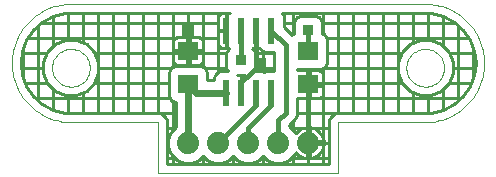
<source format=gtl>
G75*
G70*
%OFA0B0*%
%FSLAX24Y24*%
%IPPOS*%
%LPD*%
%AMOC8*
5,1,8,0,0,1.08239X$1,22.5*
%
%ADD10C,0.0000*%
%ADD11C,0.0001*%
%ADD12R,0.0240X0.0870*%
%ADD13R,0.0709X0.0630*%
%ADD14C,0.0740*%
%ADD15C,0.0160*%
%ADD16R,0.0376X0.0376*%
%ADD17C,0.0100*%
%ADD18R,0.0416X0.0416*%
%ADD19C,0.0240*%
D10*
X002262Y001839D02*
X005168Y001839D01*
X005168Y000150D01*
X011168Y000150D01*
X011168Y001839D01*
X014073Y001839D01*
X013443Y003650D02*
X013445Y003700D01*
X013451Y003750D01*
X013461Y003799D01*
X013475Y003847D01*
X013492Y003894D01*
X013513Y003939D01*
X013538Y003983D01*
X013566Y004024D01*
X013598Y004063D01*
X013632Y004100D01*
X013669Y004134D01*
X013709Y004164D01*
X013751Y004191D01*
X013795Y004215D01*
X013841Y004236D01*
X013888Y004252D01*
X013936Y004265D01*
X013986Y004274D01*
X014035Y004279D01*
X014086Y004280D01*
X014136Y004277D01*
X014185Y004270D01*
X014234Y004259D01*
X014282Y004244D01*
X014328Y004226D01*
X014373Y004204D01*
X014416Y004178D01*
X014457Y004149D01*
X014496Y004117D01*
X014532Y004082D01*
X014564Y004044D01*
X014594Y004004D01*
X014621Y003961D01*
X014644Y003917D01*
X014663Y003871D01*
X014679Y003823D01*
X014691Y003774D01*
X014699Y003725D01*
X014703Y003675D01*
X014703Y003625D01*
X014699Y003575D01*
X014691Y003526D01*
X014679Y003477D01*
X014663Y003429D01*
X014644Y003383D01*
X014621Y003339D01*
X014594Y003296D01*
X014564Y003256D01*
X014532Y003218D01*
X014496Y003183D01*
X014457Y003151D01*
X014416Y003122D01*
X014373Y003096D01*
X014328Y003074D01*
X014282Y003056D01*
X014234Y003041D01*
X014185Y003030D01*
X014136Y003023D01*
X014086Y003020D01*
X014035Y003021D01*
X013986Y003026D01*
X013936Y003035D01*
X013888Y003048D01*
X013841Y003064D01*
X013795Y003085D01*
X013751Y003109D01*
X013709Y003136D01*
X013669Y003166D01*
X013632Y003200D01*
X013598Y003237D01*
X013566Y003276D01*
X013538Y003317D01*
X013513Y003361D01*
X013492Y003406D01*
X013475Y003453D01*
X013461Y003501D01*
X013451Y003550D01*
X013445Y003600D01*
X013443Y003650D01*
X014073Y005776D02*
X002262Y005776D01*
X001632Y003650D02*
X001634Y003700D01*
X001640Y003750D01*
X001650Y003799D01*
X001664Y003847D01*
X001681Y003894D01*
X001702Y003939D01*
X001727Y003983D01*
X001755Y004024D01*
X001787Y004063D01*
X001821Y004100D01*
X001858Y004134D01*
X001898Y004164D01*
X001940Y004191D01*
X001984Y004215D01*
X002030Y004236D01*
X002077Y004252D01*
X002125Y004265D01*
X002175Y004274D01*
X002224Y004279D01*
X002275Y004280D01*
X002325Y004277D01*
X002374Y004270D01*
X002423Y004259D01*
X002471Y004244D01*
X002517Y004226D01*
X002562Y004204D01*
X002605Y004178D01*
X002646Y004149D01*
X002685Y004117D01*
X002721Y004082D01*
X002753Y004044D01*
X002783Y004004D01*
X002810Y003961D01*
X002833Y003917D01*
X002852Y003871D01*
X002868Y003823D01*
X002880Y003774D01*
X002888Y003725D01*
X002892Y003675D01*
X002892Y003625D01*
X002888Y003575D01*
X002880Y003526D01*
X002868Y003477D01*
X002852Y003429D01*
X002833Y003383D01*
X002810Y003339D01*
X002783Y003296D01*
X002753Y003256D01*
X002721Y003218D01*
X002685Y003183D01*
X002646Y003151D01*
X002605Y003122D01*
X002562Y003096D01*
X002517Y003074D01*
X002471Y003056D01*
X002423Y003041D01*
X002374Y003030D01*
X002325Y003023D01*
X002275Y003020D01*
X002224Y003021D01*
X002175Y003026D01*
X002125Y003035D01*
X002077Y003048D01*
X002030Y003064D01*
X001984Y003085D01*
X001940Y003109D01*
X001898Y003136D01*
X001858Y003166D01*
X001821Y003200D01*
X001787Y003237D01*
X001755Y003276D01*
X001727Y003317D01*
X001702Y003361D01*
X001681Y003406D01*
X001664Y003453D01*
X001650Y003501D01*
X001640Y003550D01*
X001634Y003600D01*
X001632Y003650D01*
D11*
X002262Y001838D02*
X002167Y001840D01*
X002072Y001847D01*
X001978Y001859D01*
X001884Y001875D01*
X001791Y001895D01*
X001699Y001920D01*
X001608Y001950D01*
X001520Y001983D01*
X001432Y002021D01*
X001347Y002064D01*
X001264Y002110D01*
X001183Y002160D01*
X001105Y002214D01*
X001029Y002272D01*
X000956Y002333D01*
X000887Y002398D01*
X000820Y002466D01*
X000757Y002537D01*
X000697Y002611D01*
X000642Y002688D01*
X000589Y002768D01*
X000541Y002850D01*
X000497Y002934D01*
X000457Y003021D01*
X000421Y003109D01*
X000389Y003199D01*
X000362Y003290D01*
X000339Y003382D01*
X000321Y003476D01*
X000307Y003570D01*
X000298Y003664D01*
X000294Y003759D01*
X000294Y003855D01*
X000298Y003950D01*
X000307Y004044D01*
X000321Y004138D01*
X000339Y004232D01*
X000362Y004324D01*
X000389Y004415D01*
X000421Y004505D01*
X000457Y004593D01*
X000497Y004680D01*
X000541Y004764D01*
X000589Y004846D01*
X000642Y004926D01*
X000697Y005003D01*
X000757Y005077D01*
X000820Y005148D01*
X000887Y005216D01*
X000956Y005281D01*
X001029Y005342D01*
X001105Y005400D01*
X001183Y005454D01*
X001264Y005504D01*
X001347Y005550D01*
X001432Y005593D01*
X001520Y005631D01*
X001608Y005664D01*
X001699Y005694D01*
X001791Y005719D01*
X001884Y005739D01*
X001978Y005755D01*
X002072Y005767D01*
X002167Y005774D01*
X002262Y005776D01*
X014073Y005776D02*
X014168Y005774D01*
X014263Y005767D01*
X014357Y005755D01*
X014451Y005739D01*
X014544Y005719D01*
X014636Y005694D01*
X014727Y005664D01*
X014815Y005631D01*
X014903Y005593D01*
X014988Y005550D01*
X015071Y005504D01*
X015152Y005454D01*
X015230Y005400D01*
X015306Y005342D01*
X015379Y005281D01*
X015448Y005216D01*
X015515Y005148D01*
X015578Y005077D01*
X015638Y005003D01*
X015693Y004926D01*
X015746Y004846D01*
X015794Y004764D01*
X015838Y004680D01*
X015878Y004593D01*
X015914Y004505D01*
X015946Y004415D01*
X015973Y004324D01*
X015996Y004232D01*
X016014Y004138D01*
X016028Y004044D01*
X016037Y003950D01*
X016041Y003855D01*
X016041Y003759D01*
X016037Y003664D01*
X016028Y003570D01*
X016014Y003476D01*
X015996Y003382D01*
X015973Y003290D01*
X015946Y003199D01*
X015914Y003109D01*
X015878Y003021D01*
X015838Y002934D01*
X015794Y002850D01*
X015746Y002768D01*
X015693Y002688D01*
X015638Y002611D01*
X015578Y002537D01*
X015515Y002466D01*
X015448Y002398D01*
X015379Y002333D01*
X015306Y002272D01*
X015230Y002214D01*
X015152Y002160D01*
X015071Y002110D01*
X014988Y002064D01*
X014903Y002021D01*
X014815Y001983D01*
X014727Y001950D01*
X014636Y001920D01*
X014544Y001895D01*
X014451Y001875D01*
X014357Y001859D01*
X014263Y001847D01*
X014168Y001840D01*
X014073Y001838D01*
D12*
X008945Y002825D03*
X008445Y002825D03*
X007945Y002825D03*
X007445Y002825D03*
X007445Y004885D03*
X007945Y004885D03*
X008445Y004885D03*
X008945Y004885D03*
D13*
X010168Y004201D03*
X010168Y003099D03*
X006168Y003099D03*
X006168Y004201D03*
D14*
X006168Y001150D03*
X007168Y001150D03*
X008168Y001150D03*
X009168Y001150D03*
X010168Y001150D03*
D15*
X010168Y003099D01*
X008918Y002797D02*
X008918Y002400D01*
X008168Y001650D01*
X008168Y001150D01*
X009168Y001150D02*
X009168Y001900D01*
X009418Y002150D01*
X009418Y004412D01*
X008945Y004885D01*
X008445Y004885D02*
X008445Y003951D01*
X008589Y003807D01*
X008457Y003676D01*
X008286Y003518D01*
X007945Y003178D01*
X008418Y002797D02*
X008418Y002400D01*
X007168Y001150D01*
X007918Y003900D02*
X007918Y004857D01*
X010168Y004900D02*
X010168Y004201D01*
D16*
X008589Y003807D03*
X007918Y003900D03*
X010168Y004900D03*
D17*
X010646Y004779D02*
X010646Y005146D01*
X010602Y005252D01*
X010520Y005334D01*
X010414Y005378D01*
X009922Y005378D01*
X009815Y005334D01*
X009734Y005252D01*
X009690Y005146D01*
X009690Y004779D01*
X009649Y004762D01*
X009620Y004733D01*
X009355Y004998D01*
X009355Y005377D01*
X009311Y005484D01*
X009309Y005486D01*
X014073Y005486D01*
X014276Y005474D01*
X014668Y005377D01*
X014668Y004356D01*
X014594Y004430D02*
X014256Y004570D01*
X013890Y004570D01*
X013552Y004430D01*
X013293Y004171D01*
X013153Y003833D01*
X013153Y003467D01*
X013293Y003129D01*
X013552Y002870D01*
X013890Y002730D01*
X014256Y002730D01*
X014594Y002870D01*
X014853Y003129D01*
X014993Y003467D01*
X014993Y003833D01*
X014853Y004171D01*
X014594Y004430D01*
X014168Y004570D02*
X014168Y005480D01*
X013668Y005486D02*
X013668Y004478D01*
X013285Y004150D02*
X010812Y004150D01*
X010812Y003829D02*
X010812Y004574D01*
X010768Y004680D01*
X010686Y004762D01*
X010646Y004779D01*
X010668Y004770D02*
X010668Y005486D01*
X011168Y005486D02*
X011168Y002129D01*
X011110Y002129D02*
X011003Y002085D01*
X010922Y002003D01*
X010878Y001897D01*
X010878Y000440D01*
X005458Y000440D01*
X005458Y001897D01*
X005414Y002003D01*
X005332Y002085D01*
X005225Y002129D01*
X002262Y002129D01*
X002060Y002141D01*
X001667Y002238D01*
X001309Y002426D01*
X001006Y002694D01*
X000776Y003027D01*
X000633Y003406D01*
X000584Y003807D01*
X000633Y004209D01*
X000776Y004588D01*
X001006Y004921D01*
X001309Y005189D01*
X001667Y005377D01*
X002060Y005474D01*
X002262Y005486D01*
X007581Y005486D01*
X007579Y005484D01*
X007574Y005470D01*
X007455Y005470D01*
X007455Y004895D01*
X007435Y004895D01*
X007435Y004875D01*
X007175Y004875D01*
X007175Y004430D01*
X007186Y004392D01*
X007205Y004358D01*
X007233Y004330D01*
X007267Y004310D01*
X007306Y004300D01*
X007435Y004300D01*
X007435Y004875D01*
X007455Y004875D01*
X007455Y004300D01*
X007531Y004300D01*
X007484Y004252D01*
X007440Y004146D01*
X007440Y003654D01*
X007483Y003550D01*
X007268Y003550D01*
X007161Y003506D01*
X007079Y003424D01*
X007035Y003317D01*
X007035Y003235D01*
X006812Y003235D01*
X006812Y003471D01*
X006768Y003578D01*
X006686Y003660D01*
X006580Y003704D01*
X005756Y003704D01*
X005649Y003660D01*
X005568Y003578D01*
X005523Y003471D01*
X005523Y002726D01*
X005568Y002620D01*
X005649Y002538D01*
X005756Y002494D01*
X005758Y002494D01*
X005758Y001673D01*
X005608Y001524D01*
X005508Y001281D01*
X005508Y001019D01*
X005608Y000776D01*
X005794Y000590D01*
X006036Y000490D01*
X006299Y000490D01*
X006542Y000590D01*
X006668Y000717D01*
X006668Y000440D01*
X006794Y000590D02*
X007036Y000490D01*
X007299Y000490D01*
X007542Y000590D01*
X007668Y000717D01*
X007668Y000440D01*
X007794Y000590D02*
X008036Y000490D01*
X008299Y000490D01*
X008542Y000590D01*
X008668Y000717D01*
X008668Y000440D01*
X008794Y000590D02*
X009036Y000490D01*
X009299Y000490D01*
X009542Y000590D01*
X009727Y000776D01*
X009752Y000837D01*
X009771Y000811D01*
X009829Y000753D01*
X009895Y000705D01*
X009968Y000668D01*
X010046Y000643D01*
X010118Y000631D01*
X010118Y001100D01*
X010218Y001100D01*
X010218Y001200D01*
X010686Y001200D01*
X010675Y001272D01*
X010650Y001350D01*
X010613Y001423D01*
X010564Y001489D01*
X010507Y001547D01*
X010440Y001595D01*
X010367Y001632D01*
X010290Y001657D01*
X010218Y001669D01*
X010218Y001200D01*
X010118Y001200D01*
X010118Y001669D01*
X010046Y001657D01*
X009968Y001632D01*
X009895Y001595D01*
X009829Y001547D01*
X009771Y001489D01*
X009752Y001463D01*
X009727Y001524D01*
X009542Y001710D01*
X009538Y001711D01*
X009538Y001747D01*
X009627Y001836D01*
X009731Y001940D01*
X009788Y002076D01*
X009788Y002635D01*
X009794Y002634D01*
X010118Y002634D01*
X010118Y003049D01*
X010218Y003049D01*
X010218Y003149D01*
X010672Y003149D01*
X010672Y003434D01*
X010662Y003472D01*
X010642Y003506D01*
X010614Y003534D01*
X010580Y003554D01*
X010542Y003564D01*
X010218Y003564D01*
X010218Y003149D01*
X010118Y003149D01*
X010118Y003564D01*
X009794Y003564D01*
X009788Y003562D01*
X009788Y003596D01*
X010580Y003596D01*
X010686Y003640D01*
X010768Y003722D01*
X010812Y003829D01*
X010696Y003650D02*
X013153Y003650D01*
X013168Y003868D02*
X013168Y005486D01*
X012668Y005486D02*
X012668Y002129D01*
X013168Y002129D02*
X013168Y003432D01*
X013285Y003150D02*
X010672Y003150D01*
X010668Y003149D02*
X010668Y003049D01*
X010672Y003049D02*
X010218Y003049D01*
X010218Y002634D01*
X010542Y002634D01*
X010580Y002644D01*
X010614Y002664D01*
X010642Y002692D01*
X010662Y002726D01*
X010672Y002764D01*
X010672Y003049D01*
X010218Y003150D02*
X010118Y003150D01*
X010168Y003149D02*
X010168Y003596D01*
X010668Y003633D02*
X010668Y003450D01*
X010168Y003049D02*
X010168Y001200D01*
X010218Y001150D02*
X010878Y001150D01*
X010686Y001100D02*
X010218Y001100D01*
X010218Y000631D01*
X010290Y000643D01*
X010367Y000668D01*
X010440Y000705D01*
X010507Y000753D01*
X010564Y000811D01*
X010613Y000877D01*
X010650Y000950D01*
X010675Y001028D01*
X010686Y001100D01*
X010668Y001100D02*
X010668Y001200D01*
X010668Y001294D02*
X010668Y002748D01*
X010590Y002650D02*
X015280Y002650D01*
X015330Y002694D02*
X015027Y002426D01*
X014668Y002238D01*
X014668Y002944D01*
X014862Y003150D02*
X015606Y003150D01*
X015560Y003027D02*
X015330Y002694D01*
X015168Y002551D02*
X015168Y005064D01*
X015071Y005150D02*
X010644Y005150D01*
X010168Y005378D02*
X010168Y005486D01*
X009668Y005486D02*
X009668Y004770D01*
X009691Y005150D02*
X009355Y005150D01*
X008455Y004875D02*
X008455Y004300D01*
X008574Y004300D01*
X008579Y004285D01*
X008661Y004204D01*
X008768Y004160D01*
X009048Y004160D01*
X009048Y003550D01*
X008768Y003550D01*
X008695Y003520D01*
X008623Y003550D01*
X008353Y003550D01*
X008396Y003654D01*
X008396Y004146D01*
X008352Y004252D01*
X008313Y004291D01*
X008317Y004300D01*
X008435Y004300D01*
X008435Y004875D01*
X008455Y004875D01*
X008435Y004650D02*
X008455Y004650D01*
X007945Y004885D02*
X007918Y004857D01*
X007435Y004895D02*
X007435Y005470D01*
X007306Y005470D01*
X007267Y005460D01*
X007233Y005440D01*
X007205Y005412D01*
X007186Y005378D01*
X007175Y005339D01*
X007175Y004895D01*
X007435Y004895D01*
X007435Y004650D02*
X007455Y004650D01*
X007175Y004650D02*
X006590Y004650D01*
X006580Y004656D02*
X006542Y004666D01*
X006218Y004666D01*
X006218Y004251D01*
X006672Y004251D01*
X006672Y004536D01*
X006662Y004574D01*
X006642Y004608D01*
X006614Y004636D01*
X006580Y004656D01*
X006668Y004552D02*
X006668Y005486D01*
X007168Y005486D02*
X007168Y003508D01*
X007441Y003650D02*
X006696Y003650D01*
X006668Y003667D02*
X006668Y003850D01*
X006672Y003866D02*
X006672Y004151D01*
X006218Y004151D01*
X006218Y004251D01*
X006118Y004251D01*
X006118Y004151D01*
X006218Y004151D01*
X006218Y003736D01*
X006542Y003736D01*
X006580Y003746D01*
X006614Y003766D01*
X006642Y003794D01*
X006662Y003828D01*
X006672Y003866D01*
X006168Y003704D02*
X006168Y004151D01*
X006118Y004150D02*
X006218Y004150D01*
X006168Y004201D02*
X006168Y004900D01*
X006118Y004666D02*
X005794Y004666D01*
X005756Y004656D01*
X005721Y004636D01*
X005693Y004608D01*
X005674Y004574D01*
X005663Y004536D01*
X005663Y004251D01*
X006118Y004251D01*
X006118Y004666D01*
X006118Y004650D02*
X006218Y004650D01*
X005745Y004650D02*
X000819Y004650D01*
X001482Y004171D02*
X001741Y004430D01*
X002079Y004570D01*
X002445Y004570D01*
X002783Y004430D01*
X003042Y004171D01*
X003182Y003833D01*
X003182Y003467D01*
X003042Y003129D01*
X002783Y002870D01*
X002445Y002730D01*
X002079Y002730D01*
X001741Y002870D01*
X001482Y003129D01*
X001342Y003467D01*
X001342Y003833D01*
X001482Y004171D01*
X001474Y004150D02*
X000625Y004150D01*
X000668Y004302D02*
X000668Y003313D01*
X000730Y003150D02*
X001474Y003150D01*
X001668Y002944D02*
X001668Y002238D01*
X002024Y002150D02*
X005758Y002150D01*
X005168Y002129D02*
X005168Y005486D01*
X005668Y005486D02*
X005668Y004552D01*
X005668Y004251D02*
X005668Y004151D01*
X005663Y004151D02*
X005663Y003866D01*
X005674Y003828D01*
X005693Y003794D01*
X005721Y003766D01*
X005756Y003746D01*
X005794Y003736D01*
X006118Y003736D01*
X006118Y004151D01*
X005663Y004151D01*
X005663Y004150D02*
X003051Y004150D01*
X003168Y003868D02*
X003168Y005486D01*
X003668Y005486D02*
X003668Y002129D01*
X004168Y002129D02*
X004168Y005486D01*
X004668Y005486D02*
X004668Y002129D01*
X005668Y002530D02*
X005668Y001583D01*
X005734Y001650D02*
X005458Y001650D01*
X005458Y001150D02*
X005508Y001150D01*
X005668Y000717D02*
X005668Y000440D01*
X006168Y000440D02*
X006168Y000490D01*
X006601Y000650D02*
X006734Y000650D01*
X006794Y000590D02*
X006668Y000717D01*
X007168Y000490D02*
X007168Y000440D01*
X007601Y000650D02*
X007734Y000650D01*
X007794Y000590D02*
X007668Y000717D01*
X008168Y000490D02*
X008168Y000440D01*
X008668Y000717D02*
X008794Y000590D01*
X008734Y000650D02*
X008601Y000650D01*
X009168Y000490D02*
X009168Y000440D01*
X009668Y000440D02*
X009668Y000717D01*
X009601Y000650D02*
X010024Y000650D01*
X010118Y000650D02*
X010218Y000650D01*
X010312Y000650D02*
X010878Y000650D01*
X010668Y000440D02*
X010668Y001006D01*
X010168Y001100D02*
X010168Y000440D01*
X009668Y001583D02*
X009668Y001877D01*
X009601Y001650D02*
X010024Y001650D01*
X010118Y001650D02*
X010218Y001650D01*
X010312Y001650D02*
X010878Y001650D01*
X011110Y002129D02*
X014073Y002129D01*
X014276Y002141D01*
X014668Y002238D01*
X014311Y002150D02*
X009788Y002150D01*
X010118Y002650D02*
X010218Y002650D01*
X008945Y002825D02*
X008918Y002797D01*
X008445Y002825D02*
X008418Y002797D01*
X007955Y002835D02*
X007935Y002835D01*
X007935Y003410D01*
X007817Y003410D01*
X007812Y003422D01*
X008079Y003422D01*
X008074Y003410D01*
X007955Y003410D01*
X007955Y002835D01*
X007945Y002825D02*
X007945Y003178D01*
X007935Y003150D02*
X007955Y003150D01*
X008668Y003531D02*
X008668Y004201D01*
X008394Y004150D02*
X009048Y004150D01*
X009048Y003650D02*
X008394Y003650D01*
X007441Y004150D02*
X006672Y004150D01*
X006668Y004151D02*
X006668Y004251D01*
X006168Y004251D02*
X006168Y005486D01*
X007175Y005150D02*
X001265Y005150D01*
X001168Y005064D02*
X001168Y002551D01*
X001056Y002650D02*
X005555Y002650D01*
X005523Y003150D02*
X003051Y003150D01*
X003168Y003432D02*
X003168Y002129D01*
X002668Y002129D02*
X002668Y002822D01*
X002168Y002730D02*
X002168Y002135D01*
X005458Y000650D02*
X005734Y000650D01*
X011668Y002129D02*
X011668Y005486D01*
X012168Y005486D02*
X012168Y002129D01*
X013668Y002129D02*
X013668Y002822D01*
X014168Y002730D02*
X014168Y002135D01*
X015560Y003027D02*
X015703Y003406D01*
X015752Y003807D01*
X015703Y004209D01*
X015560Y004588D01*
X015330Y004921D01*
X015027Y005189D01*
X014668Y005377D01*
X015516Y004650D02*
X010781Y004650D01*
X007455Y005150D02*
X007435Y005150D01*
X005668Y003850D02*
X005668Y003667D01*
X005640Y003650D02*
X003182Y003650D01*
X001342Y003650D02*
X000603Y003650D01*
X001668Y004356D02*
X001668Y005377D01*
X002168Y005480D02*
X002168Y004570D01*
X002668Y004478D02*
X002668Y005486D01*
X014862Y004150D02*
X015710Y004150D01*
X015668Y004302D02*
X015668Y003313D01*
X015733Y003650D02*
X014993Y003650D01*
D18*
X006168Y004900D03*
D19*
X006168Y003099D02*
X006442Y002825D01*
X007445Y002825D01*
X006168Y003099D02*
X006168Y001150D01*
M02*

</source>
